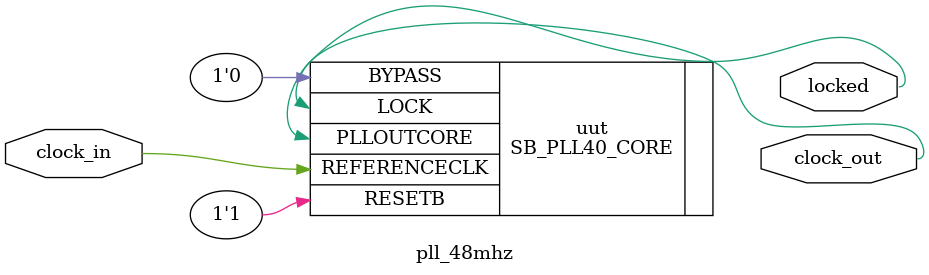
<source format=v>
/**
 * PLL configuration
 *
 * This Verilog module was generated automatically
 * using the icepll tool from the IceStorm project.
 * Use at your own risk.
 *
 * Given input frequency:        22.500 MHz
 * Requested output frequency:   24.000 MHz
 * Achieved output frequency:    23.906 MHz
 */

module pll_48mhz(
	input  clock_in,
	output clock_out,
	output locked
	);

SB_PLL40_CORE #(
		.FEEDBACK_PATH("SIMPLE"),
		.DIVR(4'b0000),		// DIVR =  0
		.DIVF(7'b0100001),	// DIVF = 33
		.DIVQ(3'b101),		// DIVQ =  5
		.FILTER_RANGE(3'b010)	// FILTER_RANGE = 2
	) uut (
		.LOCK(locked),
		.RESETB(1'b1),
		.BYPASS(1'b0),
		.REFERENCECLK(clock_in),
		.PLLOUTCORE(clock_out)
		);

endmodule

</source>
